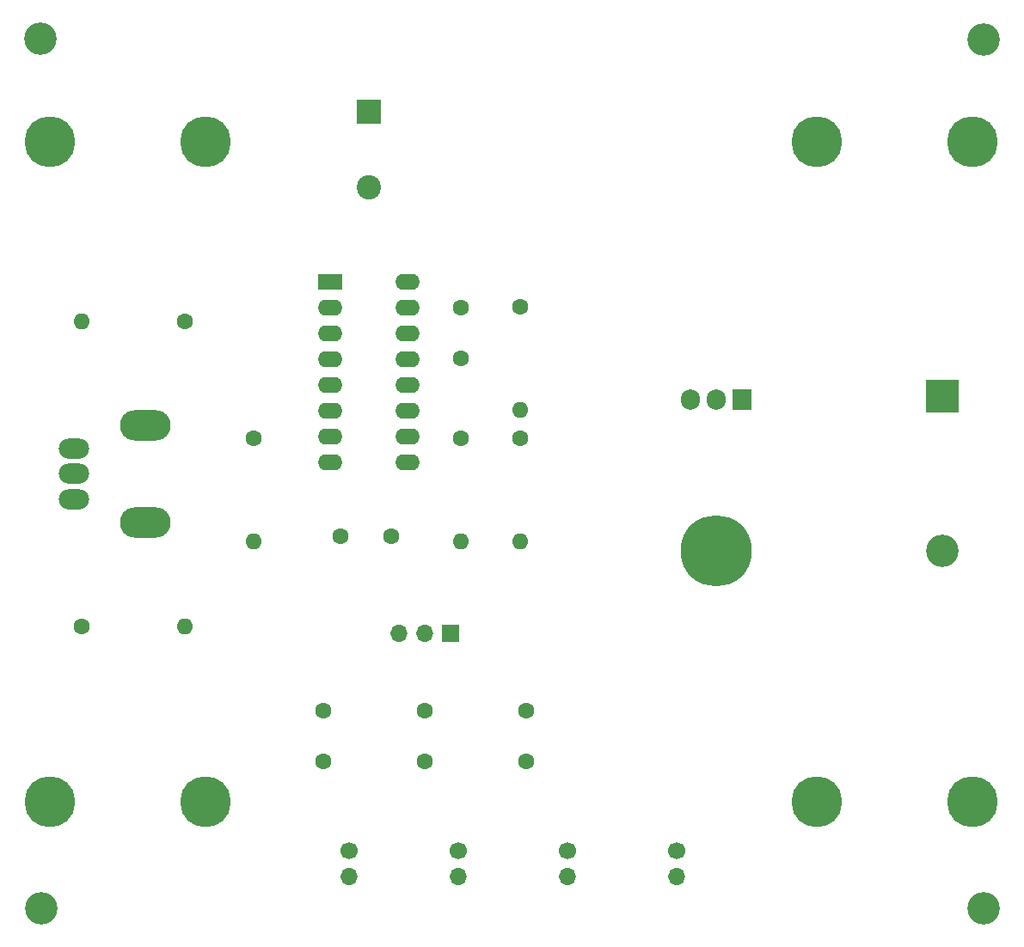
<source format=gbr>
%TF.GenerationSoftware,KiCad,Pcbnew,(6.0.0)*%
%TF.CreationDate,2022-03-14T12:38:49+01:00*%
%TF.ProjectId,Tranzistorski_pretvara_,5472616e-7a69-4737-946f-72736b695f70,rev?*%
%TF.SameCoordinates,Original*%
%TF.FileFunction,Soldermask,Bot*%
%TF.FilePolarity,Negative*%
%FSLAX46Y46*%
G04 Gerber Fmt 4.6, Leading zero omitted, Abs format (unit mm)*
G04 Created by KiCad (PCBNEW (6.0.0)) date 2022-03-14 12:38:49*
%MOMM*%
%LPD*%
G01*
G04 APERTURE LIST*
%ADD10O,1.600000X1.600000*%
%ADD11C,1.600000*%
%ADD12C,3.200000*%
%ADD13C,5.000000*%
%ADD14O,5.000000X3.000000*%
%ADD15O,3.000000X2.000000*%
%ADD16C,1.700000*%
%ADD17O,1.700000X1.700000*%
%ADD18R,3.200000X3.200000*%
%ADD19O,3.200000X3.200000*%
%ADD20R,1.905000X2.000000*%
%ADD21O,1.905000X2.000000*%
%ADD22C,7.000000*%
%ADD23R,2.400000X2.400000*%
%ADD24C,2.400000*%
%ADD25R,1.700000X1.700000*%
%ADD26R,2.400000X1.600000*%
%ADD27O,2.400000X1.600000*%
G04 APERTURE END LIST*
D10*
%TO.C,R7*%
X139600000Y-109080000D03*
D11*
X139600000Y-98920000D03*
%TD*%
D12*
%TO.C,H4*%
X92399633Y-59546833D03*
%TD*%
D11*
%TO.C,C4*%
X126943000Y-108520000D03*
X121943000Y-108520000D03*
%TD*%
D13*
%TO.C,J2*%
X93350000Y-134750000D03*
X108650000Y-134750000D03*
%TD*%
D11*
%TO.C,C1*%
X120200000Y-125700000D03*
X120200000Y-130700000D03*
%TD*%
D13*
%TO.C,J9*%
X168850000Y-134750000D03*
X184150000Y-134750000D03*
%TD*%
D12*
%TO.C,H3*%
X92453351Y-145200000D03*
%TD*%
D13*
%TO.C,J5*%
X168850000Y-69684785D03*
X184150000Y-69684785D03*
%TD*%
D14*
%TO.C,RV1*%
X102689500Y-97600000D03*
X102689500Y-107200000D03*
D15*
X95689500Y-99900000D03*
X95689500Y-102400000D03*
X95689500Y-104900000D03*
%TD*%
D11*
%TO.C,R4*%
X139600000Y-85920000D03*
D10*
X139600000Y-96080000D03*
%TD*%
D12*
%TO.C,H2*%
X185249266Y-59600000D03*
%TD*%
D16*
%TO.C,J6*%
X133533333Y-139530000D03*
D17*
X133533333Y-142070000D03*
%TD*%
D11*
%TO.C,R2*%
X106580000Y-87400000D03*
D10*
X96420000Y-87400000D03*
%TD*%
D11*
%TO.C,C6*%
X133800000Y-86020000D03*
X133800000Y-91020000D03*
%TD*%
D10*
%TO.C,R3*%
X113400000Y-109080000D03*
D11*
X113400000Y-98920000D03*
%TD*%
D18*
%TO.C,D2*%
X181200000Y-94780000D03*
D19*
X181200000Y-110020000D03*
%TD*%
D17*
%TO.C,J8*%
X155000000Y-142070000D03*
D16*
X155000000Y-139530000D03*
%TD*%
D10*
%TO.C,R6*%
X133800000Y-109080000D03*
D11*
X133800000Y-98920000D03*
%TD*%
D16*
%TO.C,J4*%
X144266666Y-139530000D03*
D17*
X144266666Y-142070000D03*
%TD*%
D20*
%TO.C,Q1*%
X161500000Y-95100000D03*
D21*
X158960000Y-95100000D03*
D22*
X158960000Y-109990000D03*
D21*
X156420000Y-95100000D03*
%TD*%
D13*
%TO.C,J1*%
X93350000Y-69684785D03*
X108650000Y-69684785D03*
%TD*%
D11*
%TO.C,R1*%
X96420000Y-117400000D03*
D10*
X106580000Y-117400000D03*
%TD*%
D23*
%TO.C,C5*%
X124743000Y-66704733D03*
D24*
X124743000Y-74204733D03*
%TD*%
D11*
%TO.C,C2*%
X130200000Y-125700000D03*
X130200000Y-130700000D03*
%TD*%
D16*
%TO.C,J7*%
X122800000Y-139530000D03*
D17*
X122800000Y-142070000D03*
%TD*%
D11*
%TO.C,C3*%
X140200000Y-125700000D03*
X140200000Y-130700000D03*
%TD*%
D25*
%TO.C,J3*%
X132725000Y-118120000D03*
D17*
X130185000Y-118120000D03*
X127645000Y-118120000D03*
%TD*%
D26*
%TO.C,U1*%
X120943000Y-83520000D03*
D27*
X120943000Y-86060000D03*
X120943000Y-88600000D03*
X120943000Y-91140000D03*
X120943000Y-93680000D03*
X120943000Y-96220000D03*
X120943000Y-98760000D03*
X120943000Y-101300000D03*
X128563000Y-101300000D03*
X128563000Y-98760000D03*
X128563000Y-96220000D03*
X128563000Y-93680000D03*
X128563000Y-91140000D03*
X128563000Y-88600000D03*
X128563000Y-86060000D03*
X128563000Y-83520000D03*
%TD*%
D12*
%TO.C,H1*%
X185249817Y-145200000D03*
%TD*%
M02*

</source>
